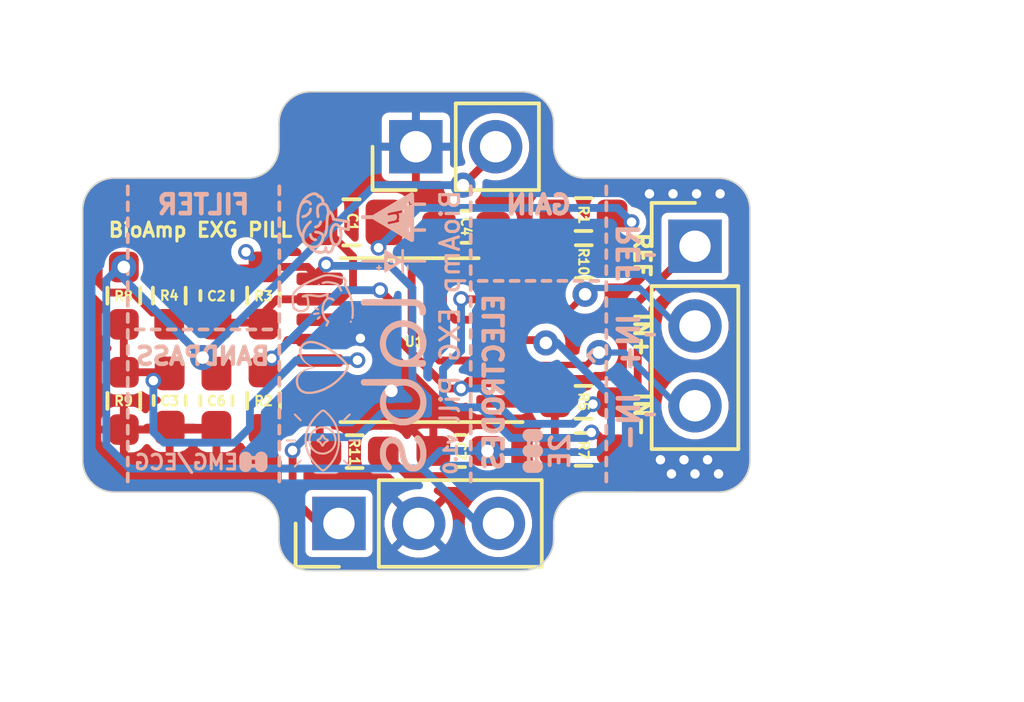
<source format=kicad_pcb>
(kicad_pcb (version 20241229) (generator "pcbnew") (generator_version "9.0")
  (title_block (title "BioAmp EXG Pill") (date "2023-04-27") (rev "1.0") (company "Upside Down Labs") (comment 1 "Records EMG, ECG, EOG, and EEG") (comment 2 "5v compatible EXG Hardware") (comment 3 "Single chip Biopotential amplifier") (comment 4 "Quad-OpAmp based BioAmp"))
  (layers (0 "F.Cu" signal) (2 "B.Cu" signal) (13 "F.Paste" user) (15 "B.Paste" user) (5 "F.SilkS" user "F.Silkscreen") (7 "B.SilkS" user "B.Silkscreen") (1 "F.Mask" user) (3 "B.Mask" user) (25 "Edge.Cuts" user))
  (net 0 "")
  (net 1 "VCC")
  (net 2 "GND")
  (net 3 "bpfOUT")
  (net 4 "DRL")
  (net 5 "ampRef")
  (net 6 "inaOUT")
  (net 7 "IN+")
  (net 8 "IN-")
  (net 9 "Net-(U1D-+)")
  (net 10 "bpfIN")
  (net 11 "Net-(C1-Pad2)")
  (net 12 "Net-(R5-Pad1)")
  (net 13 "Net-(U1A--)")
  (net 14 "Net-(U1B--)")
  (footprint "Capacitor_SMD:C_0805_2012Metric_Pad1.18x1.45mm_HandSolder" (layer "F.Cu") (at 122.059 90.91)
    (property "Reference" "C1" (at 0.0275 -0.005 270) (layer "F.SilkS") (effects (font (size 0.3 0.3) (thickness 0.07))))
    (property "Value" "47uF")
    (pad "1" smd roundrect (at -1.0375 0) (size 1.175 1.45) (layers "F.Cu" "F.Mask" "F.Paste") (roundrect_rratio 0.2127659574) (net 10 "bpfIN"))
    (pad "2" smd roundrect (at 1.0375 0) (size 1.175 1.45) (layers "F.Cu" "F.Mask" "F.Paste") (roundrect_rratio 0.2127659574) (net 11 "Net-(C1-Pad2)"))
  )
  (footprint "Capacitor_SMD:C_0603_1608Metric_Pad1.08x0.95mm_HandSolder" (layer "F.Cu") (at 117.759 93.24 -90)
    (property "Reference" "C2" (at 0.02 0 0) (layer "F.SilkS") (effects (font (size 0.3 0.3) (thickness 0.07))))
    (property "Value" "1nF")
    (pad "1" smd roundrect (at -0.8625 0 270) (size 1.075 0.95) (layers "F.Cu" "F.Mask" "F.Paste") (net 3 "bpfOUT"))
    (pad "2" smd roundrect (at 0.8625 0 270) (size 1.075 0.95) (layers "F.Cu" "F.Mask" "F.Paste") (net 10 "bpfIN"))
  )
  (footprint "Capacitor_SMD:C_0603_1608Metric_Pad1.08x0.95mm_HandSolder" (layer "F.Cu") (at 116.2685 96.5835 -90)
    (property "Reference" "C3" (at 0.0165 0 0) (layer "F.SilkS") (effects (font (size 0.3 0.3) (thickness 0.07))))
    (property "Value" "10uF")
    (pad "1" smd roundrect (at -0.8625 0 270) (size 1.075 0.95) (layers "F.Cu" "F.Mask" "F.Paste") (net 9 "Net-(U1D-+)"))
    (pad "2" smd roundrect (at 0.8625 0 270) (size 1.075 0.95) (layers "F.Cu" "F.Mask" "F.Paste") (net 2 "GND"))
  )
  (footprint "Resistor_SMD:R_0603_1608Metric_Pad0.98x0.95mm_HandSolder" (layer "F.Cu") (at 119.259 96.59 -90)
    (property "Reference" "R2" (at 0.01 0 0) (layer "F.SilkS") (effects (font (size 0.3 0.3) (thickness 0.07))))
    (property "Value" "220K")
    (pad "1" smd roundrect (at -0.9125 0 270) (size 0.975 0.95) (layers "F.Cu" "F.Mask" "F.Paste") (net 13 "Net-(U1A--)"))
    (pad "2" smd roundrect (at 0.9125 0 270) (size 0.975 0.95) (layers "F.Cu" "F.Mask" "F.Paste") (net 5 "ampRef"))
  )
  (footprint "Resistor_SMD:R_0603_1608Metric_Pad0.98x0.95mm_HandSolder" (layer "F.Cu") (at 129.449 96.64)
    (property "Reference" "R5" (at 0.001 -0.02 270) (layer "F.SilkS") (effects (font (size 0.3 0.3) (thickness 0.07))))
    (property "Value" "22K")
    (pad "1" smd roundrect (at -0.9125 0) (size 0.975 0.95) (layers "F.Cu" "F.Mask" "F.Paste") (net 12 "Net-(R5-Pad1)"))
    (pad "2" smd roundrect (at 0.9125 0) (size 0.975 0.95) (layers "F.Cu" "F.Mask" "F.Paste") (net 13 "Net-(U1A--)"))
  )
  (footprint "Resistor_SMD:R_0603_1608Metric_Pad0.98x0.95mm_HandSolder" (layer "F.Cu") (at 129.449 98.14 180)
    (property "Reference" "R7" (at -0.001 -0.02 270) (layer "F.SilkS") (effects (font (size 0.3 0.3) (thickness 0.07))))
    (property "Value" "22K")
    (pad "1" smd roundrect (at -0.9125 0 180) (size 0.975 0.95) (layers "F.Cu" "F.Mask" "F.Paste") (net 14 "Net-(U1B--)"))
    (pad "2" smd roundrect (at 0.9125 0 180) (size 0.975 0.95) (layers "F.Cu" "F.Mask" "F.Paste") (net 12 "Net-(R5-Pad1)"))
  )
  (footprint "Resistor_SMD:R_0603_1608Metric_Pad0.98x0.95mm_HandSolder" (layer "F.Cu") (at 129.459 92.16 180)
    (property "Reference" "R10" (at 0.009 0 270) (layer "F.SilkS") (effects (font (size 0.3 0.3) (thickness 0.07))))
    (property "Value" "220K")
    (pad "1" smd roundrect (at -0.9125 0 180) (size 0.975 0.95) (layers "F.Cu" "F.Mask" "F.Paste") (net 6 "inaOUT"))
    (pad "2" smd roundrect (at 0.9125 0 180) (size 0.975 0.95) (layers "F.Cu" "F.Mask" "F.Paste") (net 14 "Net-(U1B--)"))
  )
  (footprint "Resistor_SMD:R_0603_1608Metric_Pad0.98x0.95mm_HandSolder" (layer "F.Cu") (at 129.449 90.66 180)
    (property "Reference" "R1" (at -0.001 -0.01 270) (layer "F.SilkS") (effects (font (size 0.3 0.3) (thickness 0.07))))
    (property "Value" "1K")
    (pad "1" smd roundrect (at -0.9125 0 180) (size 0.975 0.95) (layers "F.Cu" "F.Mask" "F.Paste") (net 11 "Net-(C1-Pad2)"))
    (pad "2" smd roundrect (at 0.9125 0 180) (size 0.975 0.95) (layers "F.Cu" "F.Mask" "F.Paste") (net 6 "inaOUT"))
  )
  (footprint "Resistor_SMD:R_0603_1608Metric_Pad0.98x0.95mm_HandSolder" (layer "F.Cu") (at 119.259 93.24 -90)
    (property "Reference" "R3" (at 0.02 0 0) (layer "F.SilkS") (effects (font (size 0.3 0.3) (thickness 0.07))))
    (property "Value" "1M")
    (pad "1" smd roundrect (at -0.9125 0 270) (size 0.975 0.95) (layers "F.Cu" "F.Mask" "F.Paste") (net 3 "bpfOUT"))
    (pad "2" smd roundrect (at 0.9125 0 270) (size 0.975 0.95) (layers "F.Cu" "F.Mask" "F.Paste") (net 10 "bpfIN"))
  )
  (footprint "Resistor_SMD:R_0603_1608Metric_Pad0.98x0.95mm_HandSolder" (layer "F.Cu") (at 114.808 93.2453 90)
    (property "Reference" "R8" (at -0.0147 -0.008 0) (layer "F.SilkS") (effects (font (size 0.3 0.3) (thickness 0.07))))
    (property "Value" "1M")
    (pad "1" smd roundrect (at -0.9125 0 90) (size 0.975 0.95) (layers "F.Cu" "F.Mask" "F.Paste") (net 9 "Net-(U1D-+)"))
    (pad "2" smd roundrect (at 0.9125 0 90) (size 0.975 0.95) (layers "F.Cu" "F.Mask" "F.Paste") (net 1 "VCC"))
  )
  (footprint "Resistor_SMD:R_0603_1608Metric_Pad0.98x0.95mm_HandSolder" (layer "F.Cu") (at 114.808 96.5962 90)
    (property "Reference" "R9" (at -0.0038 -0.008 0) (layer "F.SilkS") (effects (font (size 0.3 0.3) (thickness 0.07))))
    (property "Value" "1M")
    (pad "1" smd roundrect (at -0.9125 0 90) (size 0.975 0.95) (layers "F.Cu" "F.Mask" "F.Paste") (net 2 "GND"))
    (pad "2" smd roundrect (at 0.9125 0 90) (size 0.975 0.95) (layers "F.Cu" "F.Mask" "F.Paste") (net 9 "Net-(U1D-+)"))
  )
  (footprint "Capacitor_SMD:C_0603_1608Metric_Pad1.08x0.95mm_HandSolder" (layer "F.Cu") (at 125.529 98.19)
    (property "Reference" "C7" (at 0 0 270) (layer "F.SilkS") (effects (font (size 0.3 0.3) (thickness 0.07))))
    (property "Value" "10uF")
    (pad "1" smd roundrect (at -0.8625 0) (size 1.075 0.95) (layers "F.Cu" "F.Mask" "F.Paste") (net 2 "GND"))
    (pad "2" smd roundrect (at 0.8625 0) (size 1.075 0.95) (layers "F.Cu" "F.Mask" "F.Paste") (net 1 "VCC"))
  )
  (footprint "Capacitor_SMD:C_0603_1608Metric_Pad1.08x0.95mm_HandSolder" (layer "F.Cu") (at 117.759 96.59 90)
    (property "Reference" "C6" (at -0.01 0 0) (layer "F.SilkS") (effects (font (size 0.3 0.3) (thickness 0.07))))
    (property "Value" "100nF")
    (pad "1" smd roundrect (at -0.8625 0 90) (size 1.075 0.95) (layers "F.Cu" "F.Mask" "F.Paste") (net 2 "GND"))
    (pad "2" smd roundrect (at 0.8625 0 90) (size 1.075 0.95) (layers "F.Cu" "F.Mask" "F.Paste") (net 1 "VCC"))
  )
  (footprint "Resistor_SMD:R_0603_1608Metric_Pad0.98x0.95mm_HandSolder" (layer "F.Cu") (at 122.159 98.21 180)
    (property "Reference" "R11" (at 0.009 -0.01 270) (layer "F.SilkS") (effects (font (size 0.3 0.3) (thickness 0.07))))
    (property "Value" "0R")
    (pad "1" smd roundrect (at -0.9125 0 180) (size 0.975 0.95) (layers "F.Cu" "F.Mask" "F.Paste") (net 4 "DRL"))
    (pad "2" smd roundrect (at 0.9125 0 180) (size 0.975 0.95) (layers "F.Cu" "F.Mask" "F.Paste") (net 5 "ampRef"))
  )
  (footprint "Package_SO:TSSOP-14_4.4x5mm_P0.65mm" (layer "F.Cu") (at 123.909 94.66 180)
    (property "Reference" "U1" (at -0.15 -0.05 0) (layer "F.SilkS") (effects (font (size 0.3 0.3) (thickness 0.07))))
    (property "Value" "Amp")
    (pad "1" smd roundrect (at -2.8625 -1.95 180) (size 1.475 0.4) (layers "F.Cu" "F.Mask" "F.Paste") (net 12 "Net-(R5-Pad1)"))
    (pad "2" smd roundrect (at -2.8625 -1.3 180) (size 1.475 0.4) (layers "F.Cu" "F.Mask" "F.Paste") (net 13 "Net-(U1A--)"))
    (pad "3" smd roundrect (at -2.8625 -0.65 180) (size 1.475 0.4) (layers "F.Cu" "F.Mask" "F.Paste") (net 8 "IN-"))
    (pad "4" smd roundrect (at -2.8625 0 180) (size 1.475 0.4) (layers "F.Cu" "F.Mask" "F.Paste") (net 1 "VCC"))
    (pad "5" smd roundrect (at -2.8625 0.65 180) (size 1.475 0.4) (layers "F.Cu" "F.Mask" "F.Paste") (net 7 "IN+"))
    (pad "6" smd roundrect (at -2.8625 1.3 180) (size 1.475 0.4) (layers "F.Cu" "F.Mask" "F.Paste") (net 14 "Net-(U1B--)"))
    (pad "7" smd roundrect (at -2.8625 1.95 180) (size 1.475 0.4) (layers "F.Cu" "F.Mask" "F.Paste") (net 6 "inaOUT"))
    (pad "8" smd roundrect (at 2.8625 1.95 180) (size 1.475 0.4) (layers "F.Cu" "F.Mask" "F.Paste") (net 3 "bpfOUT"))
    (pad "9" smd roundrect (at 2.8625 1.3 180) (size 1.475 0.4) (layers "F.Cu" "F.Mask" "F.Paste") (net 10 "bpfIN"))
    (pad "10" smd roundrect (at 2.8625 0.65 180) (size 1.475 0.4) (layers "F.Cu" "F.Mask" "F.Paste") (net 5 "ampRef"))
    (pad "11" smd roundrect (at 2.8625 0 180) (size 1.475 0.4) (layers "F.Cu" "F.Mask" "F.Paste") (net 2 "GND"))
    (pad "12" smd roundrect (at 2.8625 -0.65 180) (size 1.475 0.4) (layers "F.Cu" "F.Mask" "F.Paste") (net 9 "Net-(U1D-+)"))
    (pad "13" smd roundrect (at 2.8625 -1.3 180) (size 1.475 0.4) (layers "F.Cu" "F.Mask" "F.Paste") (net 5 "ampRef"))
    (pad "14" smd roundrect (at 2.8625 -1.95 180) (size 1.475 0.4) (layers "F.Cu" "F.Mask" "F.Paste") (net 5 "ampRef"))
  )
  (footprint "Capacitor_SMD:C_0603_1608Metric_Pad1.08x0.95mm_HandSolder" (layer "F.Cu") (at 125.709 91.05 180)
    (property "Reference" "C4" (at 0 0.009 270) (layer "F.SilkS") (effects (font (size 0.3 0.3) (thickness 0.07))))
    (property "Value" "1nF")
    (pad "1" smd roundrect (at -0.8625 0 180) (size 1.075 0.95) (layers "F.Cu" "F.Mask" "F.Paste") (net 7 "IN+"))
    (pad "2" smd roundrect (at 0.8625 0 180) (size 1.075 0.95) (layers "F.Cu" "F.Mask" "F.Paste") (net 8 "IN-"))
  )
  (footprint "Resistor_SMD:R_0603_1608Metric_Pad0.98x0.95mm_HandSolder" (layer "F.Cu") (at 116.2558 93.2434 90)
    (property "Reference" "R4" (at 0 0 0) (layer "F.SilkS") (effects (font (size 0.3 0.3) (thickness 0.07))))
    (property "Value" "220K")
    (pad "1" smd roundrect (at -0.9125 0 90) (size 0.975 0.95) (layers "F.Cu" "F.Mask" "F.Paste") (net 3 "bpfOUT"))
    (pad "2" smd roundrect (at 0.9125 0 90) (size 0.975 0.95) (layers "F.Cu" "F.Mask" "F.Paste") (net 10 "bpfIN"))
  )
  (footprint "Connector_PinHeader_2.54mm:PinHeader_1x03_P2.54mm_Vertical" (layer "F.Cu") (at 133 91.67)
    (property "Reference" "J2" (hide yes))
    (property "Value" "BioAmp Input")
    (pad "1" thru_hole rect (at 0 0) (size 1.7 1.7) (drill 1) (layers "*.Cu" "*.Mask") (net 4 "DRL"))
    (pad "2" thru_hole circle (at 0 2.54) (size 1.7 1.7) (drill 1) (layers "*.Cu" "*.Mask") (net 7 "IN+"))
    (pad "3" thru_hole circle (at 0 5.08) (size 1.7 1.7) (drill 1) (layers "*.Cu" "*.Mask") (net 8 "IN-"))
  )
  (footprint "Connector_PinHeader_2.54mm:PinHeader_1x02_P2.54mm_Vertical" (layer "F.Cu") (at 124.11 88.5 90)
    (property "Reference" "J3" (hide yes))
    (property "Value" "Conn_01x02")
    (pad "1" thru_hole rect (at 0 0 90) (size 1.7 1.7) (drill 1) (layers "*.Cu" "*.Mask") (net 2 "GND"))
    (pad "2" thru_hole circle (at 0 2.54 90) (size 1.7 1.7) (drill 1) (layers "*.Cu" "*.Mask") (net 1 "VCC"))
  )
  (footprint "Connector_PinHeader_2.54mm:PinHeader_1x03_P2.54mm_Vertical" (layer "F.Cu") (at 121.66 100.5 90)
    (property "Reference" "J1" (hide yes))
    (property "Value" "BioAmp Output")
    (pad "1" thru_hole rect (at 0 0 90) (size 1.7 1.7) (drill 1) (layers "*.Cu" "*.Mask") (net 3 "bpfOUT"))
    (pad "2" thru_hole circle (at 0 2.54 90) (size 1.7 1.7) (drill 1) (layers "*.Cu" "*.Mask") (net 2 "GND"))
    (pad "3" thru_hole circle (at 0 5.08 90) (size 1.7 1.7) (drill 1) (layers "*.Cu" "*.Mask") (net 1 "VCC"))
  )
  (footprint "udlabs:EXG" (layer "B.Cu") (at 122.2 94.4 -90)
    (property "Reference" "U2" (hide yes))
    (property "Value" "LOGO_UDLABS" (hide yes))
  )
  (gr_line (start 114.935 89.7636) (end 114.935 90.0176) (stroke (width 0.12)) (layer "B.SilkS"))
  (gr_line (start 114.935 90.7796) (end 114.935 91.0336) (stroke (width 0.12)) (layer "B.SilkS"))
  (gr_line (start 114.935 90.2716) (end 114.935 90.5256) (stroke (width 0.12)) (layer "B.SilkS"))
  (gr_line (start 114.935 91.7956) (end 114.935 92.0496) (stroke (width 0.12)) (layer "B.SilkS"))
  (gr_line (start 114.935 91.2876) (end 114.935 91.5416) (stroke (width 0.12)) (layer "B.SilkS"))
  (gr_line (start 114.935 92.8116) (end 114.935 93.0656) (stroke (width 0.12)) (layer "B.SilkS"))
  (gr_line (start 114.935 92.3036) (end 114.935 92.5576) (stroke (width 0.12)) (layer "B.SilkS"))
  (gr_line (start 114.935 93.8276) (end 114.935 94.0816) (stroke (width 0.12)) (layer "B.SilkS"))
  (gr_line (start 114.935 95.8596) (end 114.935 96.1136) (stroke (width 0.12)) (layer "B.SilkS"))
  (gr_line (start 114.935 95.3516) (end 114.935 95.6056) (stroke (width 0.12)) (layer "B.SilkS"))
  (gr_line (start 114.935 96.8756) (end 114.935 97.1296) (stroke (width 0.12)) (layer "B.SilkS"))
  (gr_line (start 114.935 93.3196) (end 114.935 93.5736) (stroke (width 0.12)) (layer "B.SilkS"))
  (gr_line (start 114.935 96.3676) (end 114.935 96.6216) (stroke (width 0.12)) (layer "B.SilkS"))
  (gr_line (start 114.935 94.8436) (end 114.935 95.0976) (stroke (width 0.12)) (layer "B.SilkS"))
  (gr_line (start 114.935 94.3356) (end 114.935 94.5896) (stroke (width 0.12)) (layer "B.SilkS"))
  (gr_line (start 114.935 97.3836) (end 114.935 97.6376) (stroke (width 0.12)) (layer "B.SilkS"))
  (gr_line (start 114.935 98.3996) (end 114.935 98.6536) (stroke (width 0.12)) (layer "B.SilkS"))
  (gr_line (start 114.935 98.9076) (end 114.935 99.1616) (stroke (width 0.12)) (layer "B.SilkS"))
  (gr_line (start 114.935 97.8916) (end 114.935 98.1456) (stroke (width 0.12)) (layer "B.SilkS"))
  (gr_line (start 131.445 97.028) (end 131.699 97.028) (stroke (width 0.12)) (layer "B.SilkS"))
  (gr_line (start 131.445 94.488) (end 131.699 94.488) (stroke (width 0.12)) (layer "B.SilkS"))
  (gr_line (start 131.445 91.948) (end 131.699 91.948) (stroke (width 0.12)) (layer "B.SilkS"))
  (gr_line (start 130.175 89.7636) (end 130.175 90.0176) (stroke (width 0.12)) (layer "B.SilkS"))
  (gr_line (start 130.175 97.3836) (end 130.175 97.6376) (stroke (width 0.12)) (layer "B.SilkS"))
  (gr_line (start 130.175 91.7956) (end 130.175 92.0496) (stroke (width 0.12)) (layer "B.SilkS"))
  (gr_line (start 130.175 93.3196) (end 130.175 93.5736) (stroke (width 0.12)) (layer "B.SilkS"))
  (gr_line (start 130.175 91.2876) (end 130.175 91.5416) (stroke (width 0.12)) (layer "B.SilkS"))
  (gr_line (start 130.175 98.9076) (end 130.175 99.1616) (stroke (width 0.12)) (layer "B.SilkS"))
  (gr_line (start 130.175 92.8116) (end 130.175 93.0656) (stroke (width 0.12)) (layer "B.SilkS"))
  (gr_line (start 130.175 94.8436) (end 130.175 95.0976) (stroke (width 0.12)) (layer "B.SilkS"))
  (gr_line (start 130.175 96.8756) (end 130.175 97.1296) (stroke (width 0.12)) (layer "B.SilkS"))
  (gr_line (start 130.175 95.8596) (end 130.175 96.1136) (stroke (width 0.12)) (layer "B.SilkS"))
  (gr_line (start 130.175 98.3996) (end 130.175 98.6536) (stroke (width 0.12)) (layer "B.SilkS"))
  (gr_line (start 130.175 93.8276) (end 130.175 94.0816) (stroke (width 0.12)) (layer "B.SilkS"))
  (gr_line (start 130.175 96.3676) (end 130.175 96.6216) (stroke (width 0.12)) (layer "B.SilkS"))
  (gr_line (start 130.175 92.3036) (end 130.175 92.5576) (stroke (width 0.12)) (layer "B.SilkS"))
  (gr_line (start 130.175 97.8916) (end 130.175 98.1456) (stroke (width 0.12)) (layer "B.SilkS"))
  (gr_line (start 130.175 90.7796) (end 130.175 91.0336) (stroke (width 0.12)) (layer "B.SilkS"))
  (gr_line (start 130.175 90.2716) (end 130.175 90.5256) (stroke (width 0.12)) (layer "B.SilkS"))
  (gr_line (start 130.175 94.3356) (end 130.175 94.5896) (stroke (width 0.12)) (layer "B.SilkS"))
  (gr_line (start 130.175 95.3516) (end 130.175 95.6056) (stroke (width 0.12)) (layer "B.SilkS"))
  (gr_line (start 119.761 89.7636) (end 119.761 90.0176) (stroke (width 0.12)) (layer "B.SilkS"))
  (gr_line (start 119.761 97.3836) (end 119.761 97.6376) (stroke (width 0.12)) (layer "B.SilkS"))
  (gr_line (start 119.761 91.7956) (end 119.761 92.0496) (stroke (width 0.12)) (layer "B.SilkS"))
  (gr_line (start 119.761 93.3196) (end 119.761 93.5736) (stroke (width 0.12)) (layer "B.SilkS"))
  (gr_line (start 119.761 91.2876) (end 119.761 91.5416) (stroke (width 0.12)) (layer "B.SilkS"))
  (gr_line (start 119.761 98.9076) (end 119.761 99.1616) (stroke (width 0.12)) (layer "B.SilkS"))
  (gr_line (start 119.761 92.8116) (end 119.761 93.0656) (stroke (width 0.12)) (layer "B.SilkS"))
  (gr_line (start 119.761 94.8436) (end 119.761 95.0976) (stroke (width 0.12)) (layer "B.SilkS"))
  (gr_line (start 119.761 96.8756) (end 119.761 97.1296) (stroke (width 0.12)) (layer "B.SilkS"))
  (gr_line (start 119.761 95.8596) (end 119.761 96.1136) (stroke (width 0.12)) (layer "B.SilkS"))
  (gr_line (start 119.761 98.3996) (end 119.761 98.6536) (stroke (width 0.12)) (layer "B.SilkS"))
  (gr_line (start 119.761 93.8276) (end 119.761 94.0816) (stroke (width 0.12)) (layer "B.SilkS"))
  (gr_line (start 119.761 96.3676) (end 119.761 96.6216) (stroke (width 0.12)) (layer "B.SilkS"))
  (gr_line (start 119.761 92.3036) (end 119.761 92.5576) (stroke (width 0.12)) (layer "B.SilkS"))
  (gr_line (start 119.761 97.8916) (end 119.761 98.1456) (stroke (width 0.12)) (layer "B.SilkS"))
  (gr_line (start 119.761 90.7796) (end 119.761 91.0336) (stroke (width 0.12)) (layer "B.SilkS"))
  (gr_line (start 119.761 90.2716) (end 119.761 90.5256) (stroke (width 0.12)) (layer "B.SilkS"))
  (gr_line (start 119.761 94.3356) (end 119.761 94.5896) (stroke (width 0.12)) (layer "B.SilkS"))
  (gr_line (start 119.761 95.3516) (end 119.761 95.6056) (stroke (width 0.12)) (layer "B.SilkS"))
  (gr_line (start 125.857 89.7636) (end 125.857 90.0176) (stroke (width 0.12)) (layer "B.SilkS"))
  (gr_line (start 125.857 97.3836) (end 125.857 97.6376) (stroke (width 0.12)) (layer "B.SilkS"))
  (gr_line (start 125.857 91.7956) (end 125.857 92.0496) (stroke (width 0.12)) (layer "B.SilkS"))
  (gr_line (start 125.857 93.3196) (end 125.857 93.5736) (stroke (width 0.12)) (layer "B.SilkS"))
  (gr_line (start 125.857 91.2876) (end 125.857 91.5416) (stroke (width 0.12)) (layer "B.SilkS"))
  (gr_line (start 125.857 98.9076) (end 125.857 99.1616) (stroke (width 0.12)) (layer "B.SilkS"))
  (gr_line (start 125.857 92.8116) (end 125.857 93.0656) (stroke (width 0.12)) (layer "B.SilkS"))
  (gr_line (start 125.857 94.8436) (end 125.857 95.0976) (stroke (width 0.12)) (layer "B.SilkS"))
  (gr_line (start 125.857 96.8756) (end 125.857 97.1296) (stroke (width 0.12)) (layer "B.SilkS"))
  (gr_line (start 125.857 95.8596) (end 125.857 96.1136) (stroke (width 0.12)) (layer "B.SilkS"))
  (gr_line (start 125.857 98.3996) (end 125.857 98.6536) (stroke (width 0.12)) (layer "B.SilkS"))
  (gr_line (start 125.857 93.8276) (end 125.857 94.0816) (stroke (width 0.12)) (layer "B.SilkS"))
  (gr_line (start 125.857 96.3676) (end 125.857 96.6216) (stroke (width 0.12)) (layer "B.SilkS"))
  (gr_line (start 125.857 92.3036) (end 125.857 92.5576) (stroke (width 0.12)) (layer "B.SilkS"))
  (gr_line (start 125.857 97.8916) (end 125.857 98.1456) (stroke (width 0.12)) (layer "B.SilkS"))
  (gr_line (start 125.857 90.7796) (end 125.857 91.0336) (stroke (width 0.12)) (layer "B.SilkS"))
  (gr_line (start 125.857 90.2716) (end 125.857 90.5256) (stroke (width 0.12)) (layer "B.SilkS"))
  (gr_line (start 125.857 94.3356) (end 125.857 94.5896) (stroke (width 0.12)) (layer "B.SilkS"))
  (gr_line (start 125.857 95.3516) (end 125.857 95.6056) (stroke (width 0.12)) (layer "B.SilkS"))
  (gr_line (start 118.6851 98.6637) (end 118.6851 98.4097) (stroke (width 0.4)) (layer "B.SilkS"))
  (gr_line (start 115.189 94.3205) (end 115.443 94.3205) (stroke (width 0.12)) (layer "B.SilkS"))
  (gr_line (start 118.237 94.3205) (end 118.491 94.3205) (stroke (width 0.12)) (layer "B.SilkS"))
  (gr_line (start 116.713 94.3205) (end 116.967 94.3205) (stroke (width 0.12)) (layer "B.SilkS"))
  (gr_line (start 117.729 94.3205) (end 117.983 94.3205) (stroke (width 0.12)) (layer "B.SilkS"))
  (gr_line (start 119.253 94.3205) (end 119.507 94.3205) (stroke (width 0.12)) (layer "B.SilkS"))
  (gr_line (start 118.745 94.3205) (end 118.999 94.3205) (stroke (width 0.12)) (layer "B.SilkS"))
  (gr_line (start 117.221 94.3205) (end 117.475 94.3205) (stroke (width 0.12)) (layer "B.SilkS"))
  (gr_line (start 115.697 94.3205) (end 115.951 94.3205) (stroke (width 0.12)) (layer "B.SilkS"))
  (gr_line (start 116.205 94.3205) (end 116.459 94.3205) (stroke (width 0.12)) (layer "B.SilkS"))
  (gr_line (start 128.143 92.7735) (end 128.397 92.7735) (stroke (width 0.12)) (layer "B.SilkS"))
  (gr_line (start 127.127 92.7735) (end 127.381 92.7735) (stroke (width 0.12)) (layer "B.SilkS"))
  (gr_line (start 126.619 92.7735) (end 126.873 92.7735) (stroke (width 0.12)) (layer "B.SilkS"))
  (gr_line (start 129.667 92.7735) (end 129.921 92.7735) (stroke (width 0.12)) (layer "B.SilkS"))
  (gr_line (start 127.635 92.7735) (end 127.889 92.7735) (stroke (width 0.12)) (layer "B.SilkS"))
  (gr_line (start 128.651 92.7735) (end 128.905 92.7735) (stroke (width 0.12)) (layer "B.SilkS"))
  (gr_line (start 129.159 92.7735) (end 129.413 92.7735) (stroke (width 0.12)) (layer "B.SilkS"))
  (gr_line (start 126.111 92.7735) (end 126.365 92.7735) (stroke (width 0.12)) (layer "B.SilkS"))
  (gr_line (start 127.706 97.69) (end 127.96 97.69) (stroke (width 0.4)) (layer "B.SilkS"))
  (gr_line (start 127.706 98.19) (end 127.96 98.19) (stroke (width 0.4)) (layer "B.SilkS"))
  (gr_line (start 127.706 98.69) (end 127.96 98.69) (stroke (width 0.4)) (layer "B.SilkS"))
  (gr_line (start 127.706 97.69) (end 127.706 98.19) (stroke (width 0.12)) (layer "B.SilkS"))
  (gr_line (start 127.706 98.19) (end 127.706 98.69) (stroke (width 0.12)) (layer "B.SilkS"))
  (gr_line (start 127.96 97.69) (end 127.96 98.19) (stroke (width 0.12)) (layer "B.SilkS"))
  (gr_line (start 127.96 98.19) (end 127.96 98.69) (stroke (width 0.12)) (layer "B.SilkS"))
  (gr_line (start 119.1851 98.6637) (end 119.1851 98.4097) (stroke (width 0.4)) (layer "B.SilkS"))
  (gr_line (start 118.6851 98.6637) (end 119.1851 98.6637) (stroke (width 0.12)) (layer "B.SilkS"))
  (gr_line (start 119.1851 98.4097) (end 118.6851 98.4097) (stroke (width 0.12)) (layer "B.SilkS"))
  (gr_line (start 129.596 95.15) (end 129.775605 94.970395) (stroke (width 0.12)) (layer "B.SilkS"))
  (gr_line (start 129.775605 95.329605) (end 129.596 95.15) (stroke (width 0.12)) (layer "B.SilkS"))
  (gr_arc (start 128.5 101) (mid 128.207107 101.707107) (end 127.5 102) (stroke (width 0.05)) (layer "Edge.Cuts"))
  (gr_arc (start 120.75 102) (mid 120.042893 101.707107) (end 119.75 101) (stroke (width 0.05)) (layer "Edge.Cuts"))
  (gr_line (start 134.75 90.5) (end 134.75 98.5) (stroke (width 0.05)) (layer "Edge.Cuts"))
  (gr_line (start 113.5 98.5) (end 113.5 90.5) (stroke (width 0.05)) (layer "Edge.Cuts"))
  (gr_line (start 120.75 102) (end 127.5 102) (stroke (width 0.05)) (layer "Edge.Cuts"))
  (gr_line (start 128.5 100.5) (end 128.5 101) (stroke (width 0.05)) (layer "Edge.Cuts"))
  (gr_arc (start 119.75 87.75) (mid 120.042893 87.042893) (end 120.75 86.75) (stroke (width 0.05)) (layer "Edge.Cuts"))
  (gr_arc (start 128.5 100.5) (mid 128.792893 99.792893) (end 129.5 99.5) (stroke (width 0.05)) (layer "Edge.Cuts"))
  (gr_line (start 118.75 89.5) (end 114.5 89.5) (stroke (width 0.05)) (layer "Edge.Cuts"))
  (gr_line (start 119.75 100.5) (end 119.75 101) (stroke (width 0.05)) (layer "Edge.Cuts"))
  (gr_arc (start 118.75 99.5) (mid 119.457107 99.792893) (end 119.75 100.5) (stroke (width 0.05)) (layer "Edge.Cuts"))
  (gr_line (start 129.5 89.5) (end 133.75 89.5) (stroke (width 0.05)) (layer "Edge.Cuts"))
  (gr_arc (start 114.5 99.5) (mid 113.792893 99.207107) (end 113.5 98.5) (stroke (width 0.05)) (layer "Edge.Cuts"))
  (gr_line (start 129.5 99.5) (end 133.75 99.5) (stroke (width 0.05)) (layer "Edge.Cuts"))
  (gr_line (start 120.75 86.75) (end 127.5 86.75) (stroke (width 0.05)) (layer "Edge.Cuts"))
  (gr_arc (start 127.5 86.75) (mid 128.207107 87.042893) (end 128.5 87.75) (stroke (width 0.05)) (layer "Edge.Cuts"))
  (gr_arc (start 113.5 90.5) (mid 113.792893 89.792893) (end 114.5 89.5) (stroke (width 0.05)) (layer "Edge.Cuts"))
  (gr_arc (start 133.75 89.5) (mid 134.457107 89.792893) (end 134.75 90.5) (stroke (width 0.05)) (layer "Edge.Cuts"))
  (gr_arc (start 134.75 98.5) (mid 134.457107 99.207107) (end 133.75 99.5) (stroke (width 0.05)) (layer "Edge.Cuts"))
  (gr_line (start 128.5 87.75) (end 128.5 88.5) (stroke (width 0.05)) (layer "Edge.Cuts"))
  (gr_arc (start 129.5 89.5) (mid 128.792893 89.207107) (end 128.5 88.5) (stroke (width 0.05)) (layer "Edge.Cuts"))
  (gr_line (start 114.5 99.5) (end 118.75 99.5) (stroke (width 0.05)) (layer "Edge.Cuts"))
  (gr_arc (start 119.75 88.5) (mid 119.457107 89.207107) (end 118.75 89.5) (stroke (width 0.05)) (layer "Edge.Cuts"))
  (gr_line (start 119.750001 87.75) (end 119.75 88.5) (stroke (width 0.05)) (layer "Edge.Cuts"))
  (gr_text "IN-" (at 131.318 97.028 270) (layer "F.SilkS") (effects (font (size 0.5 0.5) (thickness 0.125))))
  (gr_text "IN+" (at 131.318 94.488 270) (layer "F.SilkS") (effects (font (size 0.5 0.5) (thickness 0.125))))
  (gr_text "REF" (at 131.318 91.948 270) (layer "F.SilkS") (effects (font (size 0.5 0.5) (thickness 0.125))))
  (gr_text "BioAmp EXG PILL" (at 117.25 91.15 0) (layer "F.SilkS") (effects (font (size 0.45 0.45) (thickness 0.1))))
  (gr_text "v1.0" (at 125.222 98.298 90) (layer "B.SilkS") (effects (font (size 0.4 0.4) (thickness 0.1)) (justify mirror)))
  (gr_text "IN+" (at 130.8989 94.742 90) (layer "B.SilkS") (effects (font (size 0.65 0.65)) (justify mirror)))
  (gr_text "IN-" (at 130.8989 97.2566 90) (layer "B.SilkS") (effects (font (size 0.65 0.65)) (justify mirror)))
  (gr_text "FILTER" (at 117.348 90.3446 0) (layer "B.SilkS") (effects (font (size 0.6 0.6)) (justify mirror)))
  (gr_text "GAIN" (at 128.016 90.35 0) (layer "B.SilkS") (effects (font (size 0.6 0.6)) (justify mirror)))
  (gr_text "BANDPASS" (at 117.325 95.17 0) (layer "B.SilkS") (effects (font (size 0.55 0.55) (thickness 0.1375)) (justify mirror)))
  (gr_text "EMG/ECG" (at 116.8 98.55 0) (layer "B.SilkS") (effects (font (size 0.47 0.47) (thickness 0.1)) (justify mirror)))
  (gr_text "2E" (at 128.7 98.2 90) (layer "B.SilkS") (effects (font (size 0.6 0.6) (thickness 0.125)) (justify mirror)))
  (gr_text "ELECTRODES" (at 126.6 96 90) (layer "B.SilkS") (effects (font (size 0.6 0.6)) (justify mirror)))
  (gr_text "BioAmp EXG Pill" (at 125.1966 93.599 90) (layer "B.SilkS") (effects (font (size 0.6 0.6) (thickness 0.1)) (justify mirror)))
  (gr_text "REF" (at 130.8989 91.8845 90) (layer "B.SilkS") (effects (font (size 0.65 0.65)) (justify mirror)))
  (segment (start 128.16 94.66) (end 128.25 94.75) (width 0.25) (layer "F.Cu") (net 1))
  (segment (start 117.759 95.655998) (end 117.319162 95.21616) (width 0.25) (layer "F.Cu") (net 1))
  (segment (start 117.759 95.7275) (end 117.759 95.655998) (width 0.25) (layer "F.Cu") (net 1))
  (segment (start 126.65 88.684981) (end 125.61 89.724981) (width 0.25) (layer "F.Cu") (net 1))
  (segment (start 126.7715 94.66) (end 128.16 94.66) (width 0.25) (layer "F.Cu") (net 1))
  (via (at 128.25 94.75) (size 0.8) (drill 0.4) (layers "F.Cu" "B.Cu") (net 1))
  (via (at 114.808 92.3328) (size 0.8) (drill 0.4) (layers "F.Cu" "B.Cu") (net 1))
  (via (at 125.61 89.724981) (size 0.8) (drill 0.4) (layers "F.Cu" "B.Cu") (net 1))
  (via (at 117.319162 95.21616) (size 0.8) (drill 0.4) (layers "F.Cu" "B.Cu") (net 1))
  (via (at 126.3915 98.19) (size 0.8) (drill 0.4) (layers "F.Cu" "B.Cu") (net 1))
  (segment (start 126.427519 98.226019) (end 126.3915 98.19) (width 0.25) (layer "B.Cu") (net 1))
  (segment (start 115 98.75) (end 124.33 98.75) (width 0.25) (layer "B.Cu") (net 1))
  (segment (start 130.326 96.461412) (end 130.326 97.788588) (width 0.25) (layer "B.Cu") (net 1))
  (segment (start 124.33 98.75) (end 124.89 98.19) (width 0.25) (layer "B.Cu") (net 1))
  (segment (start 122.810341 89.724981) (end 125.61 89.724981) (width 0.25) (layer "B.Cu") (net 1))
  (segment (start 114.25 98) (end 115 98.75) (width 0.25) (layer "B.Cu") (net 1))
  (segment (start 128.25 94.75) (end 128.614588 94.75) (width 0.25) (layer "B.Cu") (net 1))
  (segment (start 117.319162 95.21616) (end 122.810341 89.724981) (width 0.25) (layer "B.Cu") (net 1))
  (segment (start 129.888569 98.226019) (end 126.427519 98.226019) (width 0.25) (layer "B.Cu") (net 1))
  (segment (start 124.33 98.75) (end 126.08 100.5) (width 0.25) (layer "B.Cu") (net 1))
  (segment (start 124.89 98.19) (end 126.3915 98.19) (width 0.25) (layer "B.Cu") (net 1))
  (segment (start 114.808 92.3328) (end 114.6672 92.3328) (width 0.25) (layer "B.Cu") (net 1))
  (segment (start 128.614588 94.75) (end 130.326 96.461412) (width 0.25) (layer "B.Cu") (net 1))
  (segment (start 117.319162 95.21616) (end 114.808 92.704998) (width 0.25) (layer "B.Cu") (net 1))
  (segment (start 114.6672 92.3328) (end 114.25 92.75) (width 0.25) (layer "B.Cu") (net 1))
  (segment (start 114.808 92.704998) (end 114.808 92.3328) (width 0.25) (layer "B.Cu") (net 1))
  (segment (start 114.25 92.75) (end 114.25 98) (width 0.25) (layer "B.Cu") (net 1))
  (segment (start 130.326 97.788588) (end 129.888569 98.226019) (width 0.25) (layer "B.Cu") (net 1))
  (segment (start 114.808 97.5087) (end 117.7028 97.5087) (width 0.25) (layer "F.Cu") (net 2))
  (segment (start 122.285461 94.66) (end 122.343575 94.601886) (width 0.25) (layer "F.Cu") (net 2))
  (segment (start 117.7028 97.5087) (end 117.759 97.4525) (width 0.25) (layer "F.Cu") (net 2))
  (segment (start 123.329179 96.852679) (end 124.6665 98.19) (width 0.25) (layer "F.Cu") (net 2))
  (segment (start 123.329179 96.275001) (end 123.329179 96.852679) (width 0.25) (layer "F.Cu") (net 2))
  (segment (start 121.0465 94.66) (end 122.285461 94.66) (width 0.25) (layer "F.Cu") (net 2))
  (via (at 132.3 90) (size 0.5) (drill 0.3) (layers "F.Cu" "B.Cu") (net 2))
  (via (at 131.55 90) (size 0.5) (drill 0.3) (layers "F.Cu" "B.Cu") (net 2))
  (via (at 133.05 90) (size 0.5) (drill 0.3) (layers "F.Cu" "B.Cu") (net 2))
  (via (at 133.8 90) (size 0.5) (drill 0.3) (layers "F.Cu" "B.Cu") (net 2))
  (via (at 133 98.92) (size 0.5) (drill 0.3) (layers "F.Cu" "B.Cu") (net 2))
  (via (at 132.65 98.47) (size 0.5) (drill 0.3) (layers "F.Cu" "B.Cu") (net 2))
  (via (at 132.25 98.92) (size 0.5) (drill 0.3) (layers "F.Cu" "B.Cu") (net 2))
  (via (at 131.9 98.47) (size 0.5) (drill 0.3) (layers "F.Cu" "B.Cu") (net 2))
  (via (at 133.4 98.47) (size 0.5) (drill 0.3) (layers "F.Cu" "B.Cu") (net 2))
  (via (at 133.75 98.92) (size 0.5) (drill 0.3) (layers "F.Cu" "B.Cu") (net 2))
  (via (at 123.329179 96.275001) (size 0.8) (drill 0.4) (layers "F.Cu" "B.Cu") (net 2))
  (via (at 122.343575 94.601886) (size 0.5) (drill 0.3) (layers "F.Cu" "B.Cu") (net 2))
  (segment (start 122.343575 94.601886) (end 122.366474 94.601886) (width 0.25) (layer "B.Cu") (net 2))
  (segment (start 122.366474 94.601886) (end 123.329179 95.564591) (width 0.25) (layer "B.Cu") (net 2))
  (segment (start 123.329179 95.564591) (end 123.329179 96.275001) (width 0.25) (layer "B.Cu") (net 2))
  (segment (start 115.08749 93.1463) (end 114.33051 93.1463) (width 0.25) (layer "F.Cu") (net 3))
  (segment (start 114.007 92.82279) (end 114.007 91.84281) (width 0.25) (layer "F.Cu") (net 3))
  (segment (start 119.259 92.3275) (end 120.664 92.3275) (width 0.25) (layer "F.Cu") (net 3))
  (segment (start 121.0465 92.4535) (end 121.25 92.25) (width 0.25) (layer "F.Cu") (net 3))
  (segment (start 115.723121 93.781931) (end 115.881831 93.781931) (width 0.25) (layer "F.Cu") (net 3))
  (segment (start 121.0465 92.71) (end 121.0465 92.4535) (width 0.25) (layer "F.Cu") (net 3))
  (segment (start 118.7 91.85) (end 118.7815 91.85) (width 0.25) (layer "F.Cu") (net 3))
  (segment (start 119.209 92.3775) (end 119.259 92.3275) (width 0.25) (layer "F.Cu") (net 3))
  (segment (start 114.33241 91.5174) (end 116.8989 91.5174) (width 0.25) (layer "F.Cu") (net 3))
  (segment (start 120.664 92.3275) (end 121.0465 92.71) (width 0.25) (layer "F.Cu") (net 3))
  (segment (start 117.759 92.3775) (end 119.209 92.3775) (width 0.25) (layer "F.Cu") (net 3))
  (segment (start 118.7815 91.85) (end 119.259 92.3275) (width 0.25) (layer "F.Cu") (net 3))
  (segment (start 116.8989 91.5174) (end 117.759 92.3775) (width 0.25) (layer "F.Cu") (net 3))
  (segment (start 115.723121 93.781931) (end 115.08749 93.1463) (width 0.25) (layer "F.Cu") (net 3))
  (segment (start 114.007 91.84281) (end 114.33241 91.5174) (width 0.25) (layer "F.Cu") (net 3))
  (segment (start 120.184 98.175) (end 120.184 99.684) (width 0.25) (layer "F.Cu") (net 3))
  (segment (start 120.184 99.684) (end 121 100.5) (width 0.25) (layer "F.Cu") (net 3))
  (segment (start 114.33051 93.1463) (end 114.007 92.82279) (width 0.25) (layer "F.Cu") (net 3))
  (segment (start 115.881831 93.781931) (end 116.2558 94.1559) (width 0.25) (layer "F.Cu") (net 3))
  (via (at 120.184 98.175) (size 0.5) (drill 0.3) (layers "F.Cu" "B.Cu") (net 3))
  (via (at 121.25 92.25) (size 0.5) (drill 0.3) (layers "F.Cu" "B.Cu") (net 3))
  (via (at 118.7 91.85) (size 0.5) (drill 0.3) (layers "F.Cu" "B.Cu") (net 3))
  (segment (start 120.609 97.75) (end 122.25 97.75) (width 0.25) (layer "B.Cu") (net 3))
  (segment (start 118.875001 92.025001) (end 118.7 91.85) (width 0.25) (layer "B.Cu") (net 3))
  (segment (start 123.296 92.296) (end 121.296 92.296) (width 0.25) (layer "B.Cu") (net 3))
  (segment (start 123 97) (end 124.5 97) (width 0.25) (layer "B.Cu") (net 3))
  (segment (start 124 93) (end 123.296 92.296) (width 0.25) (layer "B.Cu") (net 3))
  (segment (start 124 96) (end 124 93) (width 0.25) (layer "B.Cu") (net 3))
  (segment (start 121.296 92.296) (end 121.25 92.25) (width 0.25) (layer "B.Cu") (net 3))
  (segment (start 124.5 96.5) (end 124 96) (width 0.25) (layer "B.Cu") (net 3))
  (segment (start 120.184 98.175) (end 120.609 97.75) (width 0.25) (layer "B.Cu") (net 3))
  (segment (start 124.5 97) (end 124.5 96.5) (width 0.25) (layer "B.Cu") (net 3))
  (segment (start 122.25 97.75) (end 123 97) (width 0.25) (layer "B.Cu") (net 3))
  (segment (start 131.175 98.61749) (end 130.80149 98.991) (width 0.25) (layer "F.Cu") (net 4))
  (segment (start 132.7023 91.93) (end 131.175 93.4573) (width 0.25) (layer "F.Cu") (net 4))
  (segment (start 130.80149 98.991) (end 123.8525 98.991) (width 0.25) (layer "F.Cu") (net 4))
  (segment (start 131.175 93.4573) (end 131.175 98.61749) (width 0.25) (layer "F.Cu") (net 4))
  (segment (start 123.8525 98.991) (end 123.0715 98.21) (width 0.25) (layer "F.Cu") (net 4))
  (segment (start 121.0465 98.01) (end 121.2465 98.21) (width 0.25) (layer "F.Cu") (net 5))
  (segment (start 121.0465 96.61) (end 121.791002 96.61) (width 0.25) (layer "F.Cu") (net 5))
  (segment (start 121.791002 96.61) (end 122.441002 95.96) (width 0.25) (layer "F.Cu") (net 5))
  (segment (start 122.441002 95.96) (end 121.0465 95.96) (width 0.25) (layer "F.Cu") (net 5))
  (segment (start 122.708081 94.01) (end 123.064222 94.366141) (width 0.25) (layer "F.Cu") (net 5))
  (segment (start 123.064222 95.33678) (end 122.441002 95.96) (width 0.25) (layer "F.Cu") (net 5))
  (segment (start 123.064222 94.366141) (end 123.064222 95.33678) (width 0.25) (layer "F.Cu") (net 5))
  (segment (start 121.0465 96.61) (end 120.1515 96.61) (width 0.25) (layer "F.Cu") (net 5))
  (segment (start 121.0465 96.61) (end 121.0465 98.01) (width 0.25) (layer "F.Cu") (net 5))
  (segment (start 120.1515 96.61) (end 119.259 97.5025) (width 0.25) (layer "F.Cu") (net 5))
  (segment (start 121.0465 94.01) (end 122.708081 94.01) (width 0.25) (layer "F.Cu") (net 5))
  (segment (start 126.7715 92.425) (end 128.5365 90.66) (width 0.25) (layer "F.Cu") (net 6))
  (segment (start 128.8715 90.66) (end 130.3715 92.16) (width 0.25) (layer "F.Cu") (net 6))
  (segment (start 126.7715 92.71) (end 126.7715 92.425) (width 0.25) (layer "F.Cu") (net 6))
  (segment (start 128.5365 90.66) (end 128.8715 90.66) (width 0.25) (layer "F.Cu") (net 6))
  (segment (start 126.7715 94.01) (end 128.1911 94.01) (width 0.25) (layer "F.Cu") (net 7))
  (segment (start 125.358998 94.01) (end 126.7715 94.01) (width 0.25) (layer "F.Cu") (net 7))
  (segment (start 124.974999 92.646501) (end 124.974999 93.626001) (width 0.25) (layer "F.Cu") (net 7))
  (segment (start 128.5513 93.6498) (end 129.050199 93.6498) (width 0.2) (layer "F.Cu") (net 7))
  (segment (start 129.050199 93.6498) (end 129.5 93.199999) (width 0.2) (layer "F.Cu") (net 7))
  (segment (start 124.974999 93.626001) (end 125.358998 94.01) (width 0.25) (layer "F.Cu") (net 7))
  (segment (start 128.1911 94.01) (end 128.5513 93.6498) (width 0.25) (layer "F.Cu") (net 7))
  (segment (start 126.5715 91.05) (end 124.974999 92.646501) (width 0.25) (layer "F.Cu") (net 7))
  (via (at 129.5 93.199999) (size 0.8) (drill 0.4) (layers "F.Cu" "B.Cu") (net 7))
  (segment (start 131.2323 93) (end 132.7023 94.47) (width 0.2) (layer "B.Cu") (net 7))
  (segment (start 129.5 93.199999) (end 129.699999 93) (width 0.2) (layer "B.Cu") (net 7))
  (segment (start 129.699999 93) (end 131.2323 93) (width 0.2) (layer "B.Cu") (net 7))
  (segment (start 129.549 95.451) (end 129.944947 95.055053) (width 0.2) (layer "F.Cu") (net 8))
  (segment (start 123.974999 91.921501) (end 124.8465 91.05) (width 0.25) (layer "F.Cu") (net 8))
  (segment (start 126.7715 95.31) (end 124.858998 95.31) (width 0.25) (layer "F.Cu") (net 8))
  (segment (start 126.9125 95.451) (end 129.549 95.451) (width 0.2) (layer "F.Cu") (net 8))
  (segment (start 123.974999 94.426001) (end 123.974999 91.921501) (width 0.25) (layer "F.Cu") (net 8))
  (segment (start 126.7715 95.31) (end 126.9125 95.451) (width 0.2) (layer "F.Cu") (net 8))
  (segment (start 124.858998 95.31) (end 123.974999 94.426001) (width 0.25) (layer "F.Cu") (net 8))
  (via (at 129.944947 95.055053) (size 0.8) (drill 0.4) (layers "F.Cu" "B.Cu") (net 8))
  (segment (start 129.944947 95.055053) (end 130.747353 95.055053) (width 0.2) (layer "B.Cu") (net 8))
  (segment (start 130.747353 95.055053) (end 132.7023 97.01) (width 0.2) (layer "B.Cu") (net 8))
  (segment (start 116.2312 95.6837) (end 116.2685 95.721) (width 0.25) (layer "F.Cu") (net 9))
  (segment (start 114.808 95.6837) (end 116.2312 95.6837) (width 0.25) (layer "F.Cu") (net 9))
  (segment (start 121.0465 95.31) (end 122.24 95.31) (width 0.25) (layer "F.Cu") (net 9))
  (segment (start 115.75 95.95) (end 116.0395 95.95) (width 0.25) (layer "F.Cu") (net 9))
  (segment (start 122.24 95.31) (end 122.25 95.3) (width 0.25) (layer "F.Cu") (net 9))
  (segment (start 116.0395 95.95) (end 116.2685 95.721) (width 0.25) (layer "F.Cu") (net 9))
  (segment (start 114.808 94.1578) (end 114.808 95.6837) (width 0.25) (layer "F.Cu") (net 9))
  (via (at 115.75 95.95) (size 0.5) (drill 0.3) (layers "F.Cu" "B.Cu") (net 9))
  (via (at 122.25 95.3) (size 0.5) (drill 0.3) (layers "F.Cu" "B.Cu") (net 9))
  (segment (start 118.82501 97.441717) (end 118.82501 96.77499) (width 0.25) (layer "B.Cu") (net 9))
  (segment (start 118.82501 96.77499) (end 120.3 95.3) (width 0.25) (layer "B.Cu") (net 9))
  (segment (start 115.75 95.95) (end 115.75 97.587604) (width 0.25) (layer "B.Cu") (net 9))
  (segment (start 115.75 97.587604) (end 116.087396 97.925) (width 0.25) (layer "B.Cu") (net 9))
  (segment (start 120.3 95.3) (end 122.25 95.3) (width 0.25) (layer "B.Cu") (net 9))
  (segment (start 118.341727 97.925) (end 118.82501 97.441717) (width 0.25) (layer "B.Cu") (net 9))
  (segment (start 116.087396 97.925) (end 118.341727 97.925) (width 0.25) (layer "B.Cu") (net 9))
  (segment (start 117.759 94.1025) (end 119.209 94.1025) (width 0.25) (layer "F.Cu") (net 10))
  (segment (start 119.209 94.1025) (end 119.259 94.1525) (width 0.25) (layer "F.Cu") (net 10))
  (segment (start 121.0215 90.91) (end 122.10901 91.99751) (width 0.25) (layer "F.Cu") (net 10))
  (segment (start 121.735058 93.36) (end 121.0465 93.36) (width 0.25) (layer "F.Cu") (net 10))
  (segment (start 122.10901 91.99751) (end 122.10901 92.986048) (width 0.25) (layer "F.Cu") (net 10))
  (segment (start 122.10901 92.986048) (end 121.735058 93.36) (width 0.25) (layer "F.Cu") (net 10))
  (segment (start 117.5 93.8435) (end 117.759 94.1025) (width 0.25) (layer "F.Cu") (net 10))
  (segment (start 119.69 93.36) (end 121.0465 93.36) (width 0.25) (layer "F.Cu") (net 10))
  (segment (start 116.2558 92.5993) (end 117.759 94.1025) (width 0.25) (layer "F.Cu") (net 10))
  (segment (start 117.5 93.55) (end 117.5 93.8435) (width 0.25) (layer "F.Cu") (net 10))
  (segment (start 116.2558 92.3809) (end 116.2558 92.5993) (width 0.25) (layer "F.Cu") (net 10))
  (segment (start 119.259 93.791) (end 119.69 93.36) (width 0.25) (layer "F.Cu") (net 10))
  (segment (start 119.259 94.1525) (end 119.259 93.791) (width 0.25) (layer "F.Cu") (net 10))
  (segment (start 130.74 90.66) (end 130.98 90.9) (width 0.25) (layer "F.Cu") (net 11))
  (segment (start 130.3615 90.66) (end 130.74 90.66) (width 0.25) (layer "F.Cu") (net 11))
  (segment (start 122.92 91.72) (end 122.92 91.0865) (width 0.25) (layer "F.Cu") (net 11))
  (segment (start 122.92 91.0865) (end 123.0965 90.91) (width 0.25) (layer "F.Cu") (net 11))
  (via (at 122.92 91.72) (size 0.5) (drill 0.3) (layers "F.Cu" "B.Cu") (net 11))
  (via (at 130.98 90.9) (size 0.5) (drill 0.3) (layers "F.Cu" "B.Cu") (net 11))
  (segment (start 130.529981 90.449981) (end 124.190019 90.449981) (width 0.25) (layer "B.Cu") (net 11))
  (segment (start 130.98 90.9) (end 130.529981 90.449981) (width 0.25) (layer "B.Cu") (net 11))
  (segment (start 124.190019 90.449981) (end 122.92 91.72) (width 0.25) (layer "B.Cu") (net 11))
  (segment (start 128.5365 96.64) (end 128.5365 98.14) (width 0.25) (layer "F.Cu") (net 12))
  (segment (start 126.7715 96.61) (end 128.5065 96.61) (width 0.25) (layer "F.Cu") (net 12))
  (segment (start 129.75 96.7) (end 130.3015 96.7) (width 0.25) (layer "F.Cu") (net 13))
  (segment (start 123.52499 94.612402) (end 125.112588 96.2) (width 0.25) (layer "F.Cu") (net 13))
  (segment (start 119.259 95.501) (end 119.52 95.24) (width 0.25) (layer "F.Cu") (net 13))
  (segment (start 126.7715 95.96) (end 125.79 95.96) (width 0.25) (layer "F.Cu") (net 13))
  (segment (start 119.259 95.6775) (end 119.259 95.501) (width 0.25) (layer "F.Cu") (net 13))
  (segment (start 130.3015 96.7) (end 130.3615 96.64) (width 0.25) (layer "F.Cu") (net 13))
  (segment (start 125.79 95.96) (end 125.55 96.2) (width 0.25) (layer "F.Cu") (net 13))
  (segment (start 123.524989 93.624989) (end 123.52499 94.612402) (width 0.25) (layer "F.Cu") (net 13))
  (segment (start 125.112588 96.2) (end 125.55 96.2) (width 0.25) (layer "F.Cu") (net 13))
  (segment (start 122.97 93.07) (end 123.524989 93.624989) (width 0.25) (layer "F.Cu") (net 13))
  (via (at 129.75 96.7) (size 0.5) (drill 0.3) (layers "F.Cu" "B.Cu") (net 13))
  (via (at 125.55 96.2) (size 0.5) (drill 0.3) (layers "F.Cu" "B.Cu") (net 13))
  (via (at 119.52 95.24) (size 0.5) (drill 0.3) (layers "F.Cu" "B.Cu") (net 13))
  (via (at 122.97 93.07) (size 0.5) (drill 0.3) (layers "F.Cu" "B.Cu") (net 13))
  (segment (start 127.32501 97.32501) (end 129.088328 97.32501) (width 0.25) (layer "B.Cu") (net 13))
  (segment (start 125.55 96.2) (end 126.2 96.2) (width 0.25) (layer "B.Cu") (net 13))
  (segment (start 129.088328 97.32501) (end 129.12499 97.32501) (width 0.25) (layer "B.Cu") (net 13))
  (segment (start 129.12499 97.32501) (end 129.75 96.7) (width 0.25) (layer "B.Cu") (net 13))
  (segment (start 126.2 96.2) (end 127.32501 97.32501) (width 0.25) (layer "B.Cu") (net 13))
  (segment (start 121.69 93.07) (end 122.97 93.07) (width 0.25) (layer "B.Cu") (net 13))
  (segment (start 119.52 95.24) (end 121.69 93.07) (width 0.25) (layer "B.Cu") (net 13))
  (segment (start 125.56 93.36) (end 125.55 93.35) (width 0.25) (layer "F.Cu") (net 14))
  (segment (start 129.7 97.6) (end 129.8215 97.6) (width 0.25) (layer "F.Cu") (net 14))
  (segment (start 129.8215 97.6) (end 130.3615 98.14) (width 0.25) (layer "F.Cu") (net 14))
  (segment (start 126.7715 93.36) (end 125.56 93.36) (width 0.25) (layer "F.Cu") (net 14))
  (segment (start 126.7715 93.36) (end 127.460058 93.36) (width 0.25) (layer "F.Cu") (net 14))
  (segment (start 128.5465 92.273558) (end 128.5465 92.16) (width 0.25) (layer "F.Cu") (net 14))
  (segment (start 127.460058 93.36) (end 128.5465 92.273558) (width 0.25) (layer "F.Cu") (net 14))
  (via (at 129.7 97.6) (size 0.5) (drill 0.3) (layers "F.Cu" "B.Cu") (net 14))
  (via (at 125.55 93.35) (size 0.5) (drill 0.3) (layers "F.Cu" "B.Cu") (net 14))
  (segment (start 124.974999 96.476001) (end 124.974999 95.575001) (width 0.25) (layer "B.Cu") (net 14))
  (segment (start 126.16359 96.8) (end 125.298998 96.8) (width 0.25) (layer "B.Cu") (net 14))
  (segment (start 124.974999 95.575001) (end 125.55 95) (width 0.25) (layer "B.Cu") (net 14))
  (segment (start 125.298998 96.8) (end 124.974999 96.476001) (width 0.25) (layer "B.Cu") (net 14))
  (segment (start 127.138609 97.775019) (end 126.16359 96.8) (width 0.25) (layer "B.Cu") (net 14))
  (segment (start 125.55 95) (end 125.55 93.35) (width 0.25) (layer "B.Cu") (net 14))
  (segment (start 127.138609 97.775019) (end 129.524981 97.775019) (width 0.25) (layer "B.Cu") (net 14))
  (segment (start 129.524981 97.775019) (end 129.7 97.6) (width 0.25) (layer "B.Cu") (net 14))
  (zone (net 2) (net_name "GND") (layers "F.Cu" "B.Cu") (connect_pads (clearance 0.22)) (min_thickness 0.23) (fill yes (thermal_gap 0.24) (thermal_bridge_width 0.25))
    (polygon (pts (xy 138.0972 104.3076) (xy 111.6972 104.3076) (xy 111.6972 84.6) (xy 138.0972 84.6)))
  )
)
</source>
